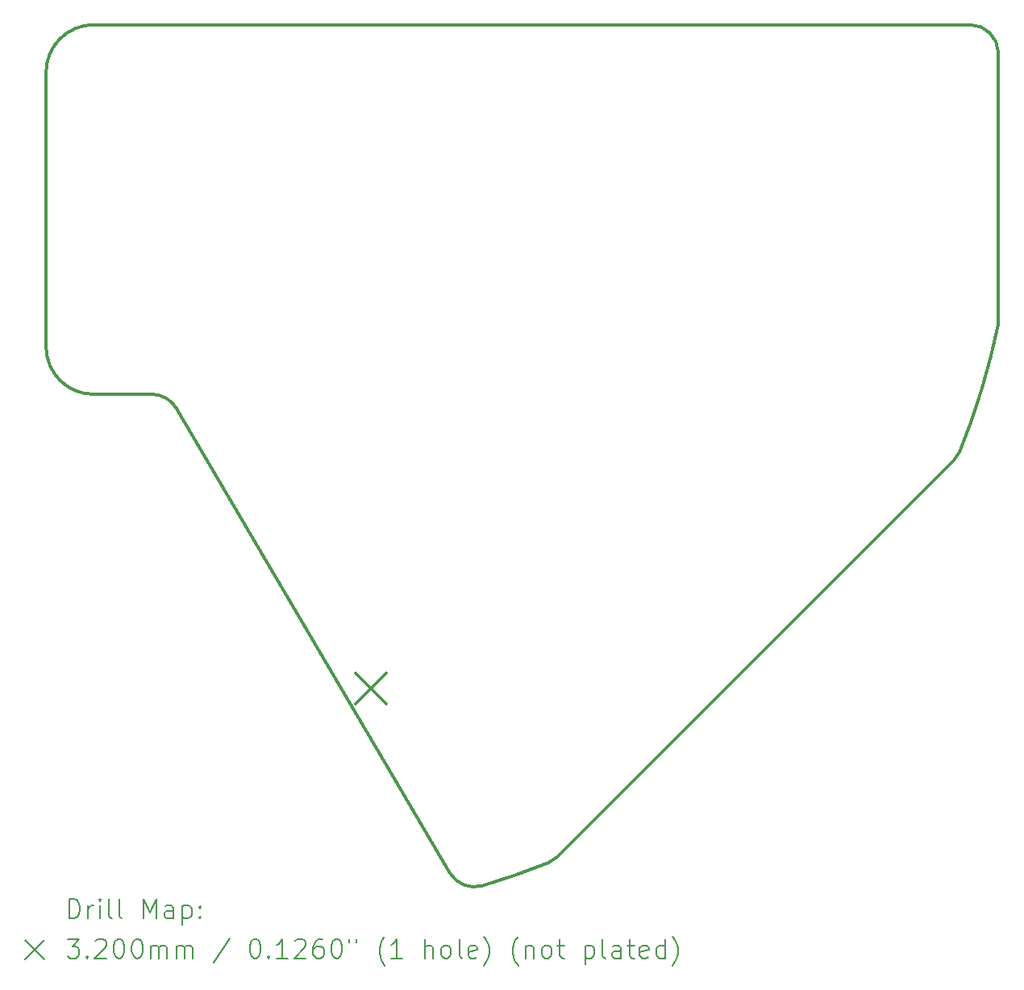
<source format=gbr>
%TF.GenerationSoftware,KiCad,Pcbnew,8.0.0*%
%TF.CreationDate,2024-03-25T03:27:13+00:00*%
%TF.ProjectId,main_PCB_v2,6d61696e-5f50-4434-925f-76322e6b6963,rev?*%
%TF.SameCoordinates,Original*%
%TF.FileFunction,Drillmap*%
%TF.FilePolarity,Positive*%
%FSLAX45Y45*%
G04 Gerber Fmt 4.5, Leading zero omitted, Abs format (unit mm)*
G04 Created by KiCad (PCBNEW 8.0.0) date 2024-03-25 03:27:13*
%MOMM*%
%LPD*%
G01*
G04 APERTURE LIST*
%ADD10C,0.350000*%
%ADD11C,0.200000*%
%ADD12C,0.320000*%
G04 APERTURE END LIST*
D10*
X11107151Y-5466711D02*
X11107151Y-8347495D01*
X11607151Y-4966715D02*
X20807150Y-4966715D01*
X12217490Y-8847495D02*
X11607150Y-8847495D01*
X12476055Y-8995364D02*
X12476059Y-8995362D01*
X12476059Y-8995362D02*
X15346517Y-13873746D01*
X15690031Y-14008463D02*
X15690031Y-14008463D01*
X16480484Y-13701565D02*
X20637344Y-9544705D01*
X21107151Y-8073581D02*
X21107151Y-5264921D01*
X11107151Y-5466711D02*
G75*
G02*
X11607151Y-4966715I500001J-5D01*
G01*
X11607150Y-8847495D02*
G75*
G02*
X11107151Y-8347495I4J500003D01*
G01*
X12217490Y-8847495D02*
G75*
G02*
X12476055Y-8995364I-1J-300001D01*
G01*
X15690031Y-14008463D02*
G75*
G02*
X15346516Y-13873746I-85391J287583D01*
G01*
X16380297Y-13767767D02*
G75*
G02*
X15690031Y-14008463I-2909036J7232394D01*
G01*
X16480484Y-13701565D02*
G75*
G02*
X16380297Y-13767766I-212154J212155D01*
G01*
X20703541Y-9444523D02*
G75*
G02*
X20637343Y-9544704I-278341J111963D01*
G01*
X20807150Y-4966715D02*
G75*
G02*
X21107150Y-5264921I-10J-300015D01*
G01*
X21100767Y-8135142D02*
G75*
G02*
X20703541Y-9444523I-7629507J1599611D01*
G01*
X21107151Y-8073581D02*
G75*
G02*
X21100767Y-8135142I-300041J1D01*
G01*
D11*
D12*
X14356000Y-11775500D02*
X14676000Y-12095500D01*
X14676000Y-11775500D02*
X14356000Y-12095500D01*
D11*
X11350427Y-14349857D02*
X11350427Y-14149857D01*
X11350427Y-14149857D02*
X11398046Y-14149857D01*
X11398046Y-14149857D02*
X11426618Y-14159380D01*
X11426618Y-14159380D02*
X11445665Y-14178428D01*
X11445665Y-14178428D02*
X11455189Y-14197476D01*
X11455189Y-14197476D02*
X11464713Y-14235571D01*
X11464713Y-14235571D02*
X11464713Y-14264142D01*
X11464713Y-14264142D02*
X11455189Y-14302238D01*
X11455189Y-14302238D02*
X11445665Y-14321285D01*
X11445665Y-14321285D02*
X11426618Y-14340333D01*
X11426618Y-14340333D02*
X11398046Y-14349857D01*
X11398046Y-14349857D02*
X11350427Y-14349857D01*
X11550427Y-14349857D02*
X11550427Y-14216523D01*
X11550427Y-14254619D02*
X11559951Y-14235571D01*
X11559951Y-14235571D02*
X11569475Y-14226047D01*
X11569475Y-14226047D02*
X11588523Y-14216523D01*
X11588523Y-14216523D02*
X11607570Y-14216523D01*
X11674237Y-14349857D02*
X11674237Y-14216523D01*
X11674237Y-14149857D02*
X11664713Y-14159380D01*
X11664713Y-14159380D02*
X11674237Y-14168904D01*
X11674237Y-14168904D02*
X11683761Y-14159380D01*
X11683761Y-14159380D02*
X11674237Y-14149857D01*
X11674237Y-14149857D02*
X11674237Y-14168904D01*
X11798046Y-14349857D02*
X11778999Y-14340333D01*
X11778999Y-14340333D02*
X11769475Y-14321285D01*
X11769475Y-14321285D02*
X11769475Y-14149857D01*
X11902808Y-14349857D02*
X11883761Y-14340333D01*
X11883761Y-14340333D02*
X11874237Y-14321285D01*
X11874237Y-14321285D02*
X11874237Y-14149857D01*
X12131380Y-14349857D02*
X12131380Y-14149857D01*
X12131380Y-14149857D02*
X12198046Y-14292714D01*
X12198046Y-14292714D02*
X12264713Y-14149857D01*
X12264713Y-14149857D02*
X12264713Y-14349857D01*
X12445665Y-14349857D02*
X12445665Y-14245095D01*
X12445665Y-14245095D02*
X12436142Y-14226047D01*
X12436142Y-14226047D02*
X12417094Y-14216523D01*
X12417094Y-14216523D02*
X12378999Y-14216523D01*
X12378999Y-14216523D02*
X12359951Y-14226047D01*
X12445665Y-14340333D02*
X12426618Y-14349857D01*
X12426618Y-14349857D02*
X12378999Y-14349857D01*
X12378999Y-14349857D02*
X12359951Y-14340333D01*
X12359951Y-14340333D02*
X12350427Y-14321285D01*
X12350427Y-14321285D02*
X12350427Y-14302238D01*
X12350427Y-14302238D02*
X12359951Y-14283190D01*
X12359951Y-14283190D02*
X12378999Y-14273666D01*
X12378999Y-14273666D02*
X12426618Y-14273666D01*
X12426618Y-14273666D02*
X12445665Y-14264142D01*
X12540904Y-14216523D02*
X12540904Y-14416523D01*
X12540904Y-14226047D02*
X12559951Y-14216523D01*
X12559951Y-14216523D02*
X12598046Y-14216523D01*
X12598046Y-14216523D02*
X12617094Y-14226047D01*
X12617094Y-14226047D02*
X12626618Y-14235571D01*
X12626618Y-14235571D02*
X12636142Y-14254619D01*
X12636142Y-14254619D02*
X12636142Y-14311761D01*
X12636142Y-14311761D02*
X12626618Y-14330809D01*
X12626618Y-14330809D02*
X12617094Y-14340333D01*
X12617094Y-14340333D02*
X12598046Y-14349857D01*
X12598046Y-14349857D02*
X12559951Y-14349857D01*
X12559951Y-14349857D02*
X12540904Y-14340333D01*
X12721856Y-14330809D02*
X12731380Y-14340333D01*
X12731380Y-14340333D02*
X12721856Y-14349857D01*
X12721856Y-14349857D02*
X12712332Y-14340333D01*
X12712332Y-14340333D02*
X12721856Y-14330809D01*
X12721856Y-14330809D02*
X12721856Y-14349857D01*
X12721856Y-14226047D02*
X12731380Y-14235571D01*
X12731380Y-14235571D02*
X12721856Y-14245095D01*
X12721856Y-14245095D02*
X12712332Y-14235571D01*
X12712332Y-14235571D02*
X12721856Y-14226047D01*
X12721856Y-14226047D02*
X12721856Y-14245095D01*
X10889651Y-14578373D02*
X11089651Y-14778373D01*
X11089651Y-14578373D02*
X10889651Y-14778373D01*
X11331380Y-14569857D02*
X11455189Y-14569857D01*
X11455189Y-14569857D02*
X11388523Y-14646047D01*
X11388523Y-14646047D02*
X11417094Y-14646047D01*
X11417094Y-14646047D02*
X11436142Y-14655571D01*
X11436142Y-14655571D02*
X11445665Y-14665095D01*
X11445665Y-14665095D02*
X11455189Y-14684142D01*
X11455189Y-14684142D02*
X11455189Y-14731761D01*
X11455189Y-14731761D02*
X11445665Y-14750809D01*
X11445665Y-14750809D02*
X11436142Y-14760333D01*
X11436142Y-14760333D02*
X11417094Y-14769857D01*
X11417094Y-14769857D02*
X11359951Y-14769857D01*
X11359951Y-14769857D02*
X11340904Y-14760333D01*
X11340904Y-14760333D02*
X11331380Y-14750809D01*
X11540904Y-14750809D02*
X11550427Y-14760333D01*
X11550427Y-14760333D02*
X11540904Y-14769857D01*
X11540904Y-14769857D02*
X11531380Y-14760333D01*
X11531380Y-14760333D02*
X11540904Y-14750809D01*
X11540904Y-14750809D02*
X11540904Y-14769857D01*
X11626618Y-14588904D02*
X11636142Y-14579380D01*
X11636142Y-14579380D02*
X11655189Y-14569857D01*
X11655189Y-14569857D02*
X11702808Y-14569857D01*
X11702808Y-14569857D02*
X11721856Y-14579380D01*
X11721856Y-14579380D02*
X11731380Y-14588904D01*
X11731380Y-14588904D02*
X11740904Y-14607952D01*
X11740904Y-14607952D02*
X11740904Y-14626999D01*
X11740904Y-14626999D02*
X11731380Y-14655571D01*
X11731380Y-14655571D02*
X11617094Y-14769857D01*
X11617094Y-14769857D02*
X11740904Y-14769857D01*
X11864713Y-14569857D02*
X11883761Y-14569857D01*
X11883761Y-14569857D02*
X11902808Y-14579380D01*
X11902808Y-14579380D02*
X11912332Y-14588904D01*
X11912332Y-14588904D02*
X11921856Y-14607952D01*
X11921856Y-14607952D02*
X11931380Y-14646047D01*
X11931380Y-14646047D02*
X11931380Y-14693666D01*
X11931380Y-14693666D02*
X11921856Y-14731761D01*
X11921856Y-14731761D02*
X11912332Y-14750809D01*
X11912332Y-14750809D02*
X11902808Y-14760333D01*
X11902808Y-14760333D02*
X11883761Y-14769857D01*
X11883761Y-14769857D02*
X11864713Y-14769857D01*
X11864713Y-14769857D02*
X11845665Y-14760333D01*
X11845665Y-14760333D02*
X11836142Y-14750809D01*
X11836142Y-14750809D02*
X11826618Y-14731761D01*
X11826618Y-14731761D02*
X11817094Y-14693666D01*
X11817094Y-14693666D02*
X11817094Y-14646047D01*
X11817094Y-14646047D02*
X11826618Y-14607952D01*
X11826618Y-14607952D02*
X11836142Y-14588904D01*
X11836142Y-14588904D02*
X11845665Y-14579380D01*
X11845665Y-14579380D02*
X11864713Y-14569857D01*
X12055189Y-14569857D02*
X12074237Y-14569857D01*
X12074237Y-14569857D02*
X12093285Y-14579380D01*
X12093285Y-14579380D02*
X12102808Y-14588904D01*
X12102808Y-14588904D02*
X12112332Y-14607952D01*
X12112332Y-14607952D02*
X12121856Y-14646047D01*
X12121856Y-14646047D02*
X12121856Y-14693666D01*
X12121856Y-14693666D02*
X12112332Y-14731761D01*
X12112332Y-14731761D02*
X12102808Y-14750809D01*
X12102808Y-14750809D02*
X12093285Y-14760333D01*
X12093285Y-14760333D02*
X12074237Y-14769857D01*
X12074237Y-14769857D02*
X12055189Y-14769857D01*
X12055189Y-14769857D02*
X12036142Y-14760333D01*
X12036142Y-14760333D02*
X12026618Y-14750809D01*
X12026618Y-14750809D02*
X12017094Y-14731761D01*
X12017094Y-14731761D02*
X12007570Y-14693666D01*
X12007570Y-14693666D02*
X12007570Y-14646047D01*
X12007570Y-14646047D02*
X12017094Y-14607952D01*
X12017094Y-14607952D02*
X12026618Y-14588904D01*
X12026618Y-14588904D02*
X12036142Y-14579380D01*
X12036142Y-14579380D02*
X12055189Y-14569857D01*
X12207570Y-14769857D02*
X12207570Y-14636523D01*
X12207570Y-14655571D02*
X12217094Y-14646047D01*
X12217094Y-14646047D02*
X12236142Y-14636523D01*
X12236142Y-14636523D02*
X12264713Y-14636523D01*
X12264713Y-14636523D02*
X12283761Y-14646047D01*
X12283761Y-14646047D02*
X12293285Y-14665095D01*
X12293285Y-14665095D02*
X12293285Y-14769857D01*
X12293285Y-14665095D02*
X12302808Y-14646047D01*
X12302808Y-14646047D02*
X12321856Y-14636523D01*
X12321856Y-14636523D02*
X12350427Y-14636523D01*
X12350427Y-14636523D02*
X12369475Y-14646047D01*
X12369475Y-14646047D02*
X12378999Y-14665095D01*
X12378999Y-14665095D02*
X12378999Y-14769857D01*
X12474237Y-14769857D02*
X12474237Y-14636523D01*
X12474237Y-14655571D02*
X12483761Y-14646047D01*
X12483761Y-14646047D02*
X12502808Y-14636523D01*
X12502808Y-14636523D02*
X12531380Y-14636523D01*
X12531380Y-14636523D02*
X12550427Y-14646047D01*
X12550427Y-14646047D02*
X12559951Y-14665095D01*
X12559951Y-14665095D02*
X12559951Y-14769857D01*
X12559951Y-14665095D02*
X12569475Y-14646047D01*
X12569475Y-14646047D02*
X12588523Y-14636523D01*
X12588523Y-14636523D02*
X12617094Y-14636523D01*
X12617094Y-14636523D02*
X12636142Y-14646047D01*
X12636142Y-14646047D02*
X12645666Y-14665095D01*
X12645666Y-14665095D02*
X12645666Y-14769857D01*
X13036142Y-14560333D02*
X12864713Y-14817476D01*
X13293285Y-14569857D02*
X13312332Y-14569857D01*
X13312332Y-14569857D02*
X13331380Y-14579380D01*
X13331380Y-14579380D02*
X13340904Y-14588904D01*
X13340904Y-14588904D02*
X13350428Y-14607952D01*
X13350428Y-14607952D02*
X13359951Y-14646047D01*
X13359951Y-14646047D02*
X13359951Y-14693666D01*
X13359951Y-14693666D02*
X13350428Y-14731761D01*
X13350428Y-14731761D02*
X13340904Y-14750809D01*
X13340904Y-14750809D02*
X13331380Y-14760333D01*
X13331380Y-14760333D02*
X13312332Y-14769857D01*
X13312332Y-14769857D02*
X13293285Y-14769857D01*
X13293285Y-14769857D02*
X13274237Y-14760333D01*
X13274237Y-14760333D02*
X13264713Y-14750809D01*
X13264713Y-14750809D02*
X13255189Y-14731761D01*
X13255189Y-14731761D02*
X13245666Y-14693666D01*
X13245666Y-14693666D02*
X13245666Y-14646047D01*
X13245666Y-14646047D02*
X13255189Y-14607952D01*
X13255189Y-14607952D02*
X13264713Y-14588904D01*
X13264713Y-14588904D02*
X13274237Y-14579380D01*
X13274237Y-14579380D02*
X13293285Y-14569857D01*
X13445666Y-14750809D02*
X13455189Y-14760333D01*
X13455189Y-14760333D02*
X13445666Y-14769857D01*
X13445666Y-14769857D02*
X13436142Y-14760333D01*
X13436142Y-14760333D02*
X13445666Y-14750809D01*
X13445666Y-14750809D02*
X13445666Y-14769857D01*
X13645666Y-14769857D02*
X13531380Y-14769857D01*
X13588523Y-14769857D02*
X13588523Y-14569857D01*
X13588523Y-14569857D02*
X13569475Y-14598428D01*
X13569475Y-14598428D02*
X13550428Y-14617476D01*
X13550428Y-14617476D02*
X13531380Y-14626999D01*
X13721856Y-14588904D02*
X13731380Y-14579380D01*
X13731380Y-14579380D02*
X13750428Y-14569857D01*
X13750428Y-14569857D02*
X13798047Y-14569857D01*
X13798047Y-14569857D02*
X13817094Y-14579380D01*
X13817094Y-14579380D02*
X13826618Y-14588904D01*
X13826618Y-14588904D02*
X13836142Y-14607952D01*
X13836142Y-14607952D02*
X13836142Y-14626999D01*
X13836142Y-14626999D02*
X13826618Y-14655571D01*
X13826618Y-14655571D02*
X13712332Y-14769857D01*
X13712332Y-14769857D02*
X13836142Y-14769857D01*
X14007570Y-14569857D02*
X13969475Y-14569857D01*
X13969475Y-14569857D02*
X13950428Y-14579380D01*
X13950428Y-14579380D02*
X13940904Y-14588904D01*
X13940904Y-14588904D02*
X13921856Y-14617476D01*
X13921856Y-14617476D02*
X13912332Y-14655571D01*
X13912332Y-14655571D02*
X13912332Y-14731761D01*
X13912332Y-14731761D02*
X13921856Y-14750809D01*
X13921856Y-14750809D02*
X13931380Y-14760333D01*
X13931380Y-14760333D02*
X13950428Y-14769857D01*
X13950428Y-14769857D02*
X13988523Y-14769857D01*
X13988523Y-14769857D02*
X14007570Y-14760333D01*
X14007570Y-14760333D02*
X14017094Y-14750809D01*
X14017094Y-14750809D02*
X14026618Y-14731761D01*
X14026618Y-14731761D02*
X14026618Y-14684142D01*
X14026618Y-14684142D02*
X14017094Y-14665095D01*
X14017094Y-14665095D02*
X14007570Y-14655571D01*
X14007570Y-14655571D02*
X13988523Y-14646047D01*
X13988523Y-14646047D02*
X13950428Y-14646047D01*
X13950428Y-14646047D02*
X13931380Y-14655571D01*
X13931380Y-14655571D02*
X13921856Y-14665095D01*
X13921856Y-14665095D02*
X13912332Y-14684142D01*
X14150428Y-14569857D02*
X14169475Y-14569857D01*
X14169475Y-14569857D02*
X14188523Y-14579380D01*
X14188523Y-14579380D02*
X14198047Y-14588904D01*
X14198047Y-14588904D02*
X14207570Y-14607952D01*
X14207570Y-14607952D02*
X14217094Y-14646047D01*
X14217094Y-14646047D02*
X14217094Y-14693666D01*
X14217094Y-14693666D02*
X14207570Y-14731761D01*
X14207570Y-14731761D02*
X14198047Y-14750809D01*
X14198047Y-14750809D02*
X14188523Y-14760333D01*
X14188523Y-14760333D02*
X14169475Y-14769857D01*
X14169475Y-14769857D02*
X14150428Y-14769857D01*
X14150428Y-14769857D02*
X14131380Y-14760333D01*
X14131380Y-14760333D02*
X14121856Y-14750809D01*
X14121856Y-14750809D02*
X14112332Y-14731761D01*
X14112332Y-14731761D02*
X14102809Y-14693666D01*
X14102809Y-14693666D02*
X14102809Y-14646047D01*
X14102809Y-14646047D02*
X14112332Y-14607952D01*
X14112332Y-14607952D02*
X14121856Y-14588904D01*
X14121856Y-14588904D02*
X14131380Y-14579380D01*
X14131380Y-14579380D02*
X14150428Y-14569857D01*
X14293285Y-14569857D02*
X14293285Y-14607952D01*
X14369475Y-14569857D02*
X14369475Y-14607952D01*
X14664713Y-14846047D02*
X14655190Y-14836523D01*
X14655190Y-14836523D02*
X14636142Y-14807952D01*
X14636142Y-14807952D02*
X14626618Y-14788904D01*
X14626618Y-14788904D02*
X14617094Y-14760333D01*
X14617094Y-14760333D02*
X14607571Y-14712714D01*
X14607571Y-14712714D02*
X14607571Y-14674619D01*
X14607571Y-14674619D02*
X14617094Y-14626999D01*
X14617094Y-14626999D02*
X14626618Y-14598428D01*
X14626618Y-14598428D02*
X14636142Y-14579380D01*
X14636142Y-14579380D02*
X14655190Y-14550809D01*
X14655190Y-14550809D02*
X14664713Y-14541285D01*
X14845666Y-14769857D02*
X14731380Y-14769857D01*
X14788523Y-14769857D02*
X14788523Y-14569857D01*
X14788523Y-14569857D02*
X14769475Y-14598428D01*
X14769475Y-14598428D02*
X14750428Y-14617476D01*
X14750428Y-14617476D02*
X14731380Y-14626999D01*
X15083761Y-14769857D02*
X15083761Y-14569857D01*
X15169475Y-14769857D02*
X15169475Y-14665095D01*
X15169475Y-14665095D02*
X15159952Y-14646047D01*
X15159952Y-14646047D02*
X15140904Y-14636523D01*
X15140904Y-14636523D02*
X15112332Y-14636523D01*
X15112332Y-14636523D02*
X15093285Y-14646047D01*
X15093285Y-14646047D02*
X15083761Y-14655571D01*
X15293285Y-14769857D02*
X15274237Y-14760333D01*
X15274237Y-14760333D02*
X15264713Y-14750809D01*
X15264713Y-14750809D02*
X15255190Y-14731761D01*
X15255190Y-14731761D02*
X15255190Y-14674619D01*
X15255190Y-14674619D02*
X15264713Y-14655571D01*
X15264713Y-14655571D02*
X15274237Y-14646047D01*
X15274237Y-14646047D02*
X15293285Y-14636523D01*
X15293285Y-14636523D02*
X15321856Y-14636523D01*
X15321856Y-14636523D02*
X15340904Y-14646047D01*
X15340904Y-14646047D02*
X15350428Y-14655571D01*
X15350428Y-14655571D02*
X15359952Y-14674619D01*
X15359952Y-14674619D02*
X15359952Y-14731761D01*
X15359952Y-14731761D02*
X15350428Y-14750809D01*
X15350428Y-14750809D02*
X15340904Y-14760333D01*
X15340904Y-14760333D02*
X15321856Y-14769857D01*
X15321856Y-14769857D02*
X15293285Y-14769857D01*
X15474237Y-14769857D02*
X15455190Y-14760333D01*
X15455190Y-14760333D02*
X15445666Y-14741285D01*
X15445666Y-14741285D02*
X15445666Y-14569857D01*
X15626618Y-14760333D02*
X15607571Y-14769857D01*
X15607571Y-14769857D02*
X15569475Y-14769857D01*
X15569475Y-14769857D02*
X15550428Y-14760333D01*
X15550428Y-14760333D02*
X15540904Y-14741285D01*
X15540904Y-14741285D02*
X15540904Y-14665095D01*
X15540904Y-14665095D02*
X15550428Y-14646047D01*
X15550428Y-14646047D02*
X15569475Y-14636523D01*
X15569475Y-14636523D02*
X15607571Y-14636523D01*
X15607571Y-14636523D02*
X15626618Y-14646047D01*
X15626618Y-14646047D02*
X15636142Y-14665095D01*
X15636142Y-14665095D02*
X15636142Y-14684142D01*
X15636142Y-14684142D02*
X15540904Y-14703190D01*
X15702809Y-14846047D02*
X15712333Y-14836523D01*
X15712333Y-14836523D02*
X15731380Y-14807952D01*
X15731380Y-14807952D02*
X15740904Y-14788904D01*
X15740904Y-14788904D02*
X15750428Y-14760333D01*
X15750428Y-14760333D02*
X15759952Y-14712714D01*
X15759952Y-14712714D02*
X15759952Y-14674619D01*
X15759952Y-14674619D02*
X15750428Y-14626999D01*
X15750428Y-14626999D02*
X15740904Y-14598428D01*
X15740904Y-14598428D02*
X15731380Y-14579380D01*
X15731380Y-14579380D02*
X15712333Y-14550809D01*
X15712333Y-14550809D02*
X15702809Y-14541285D01*
X16064714Y-14846047D02*
X16055190Y-14836523D01*
X16055190Y-14836523D02*
X16036142Y-14807952D01*
X16036142Y-14807952D02*
X16026618Y-14788904D01*
X16026618Y-14788904D02*
X16017094Y-14760333D01*
X16017094Y-14760333D02*
X16007571Y-14712714D01*
X16007571Y-14712714D02*
X16007571Y-14674619D01*
X16007571Y-14674619D02*
X16017094Y-14626999D01*
X16017094Y-14626999D02*
X16026618Y-14598428D01*
X16026618Y-14598428D02*
X16036142Y-14579380D01*
X16036142Y-14579380D02*
X16055190Y-14550809D01*
X16055190Y-14550809D02*
X16064714Y-14541285D01*
X16140904Y-14636523D02*
X16140904Y-14769857D01*
X16140904Y-14655571D02*
X16150428Y-14646047D01*
X16150428Y-14646047D02*
X16169475Y-14636523D01*
X16169475Y-14636523D02*
X16198047Y-14636523D01*
X16198047Y-14636523D02*
X16217094Y-14646047D01*
X16217094Y-14646047D02*
X16226618Y-14665095D01*
X16226618Y-14665095D02*
X16226618Y-14769857D01*
X16350428Y-14769857D02*
X16331380Y-14760333D01*
X16331380Y-14760333D02*
X16321856Y-14750809D01*
X16321856Y-14750809D02*
X16312333Y-14731761D01*
X16312333Y-14731761D02*
X16312333Y-14674619D01*
X16312333Y-14674619D02*
X16321856Y-14655571D01*
X16321856Y-14655571D02*
X16331380Y-14646047D01*
X16331380Y-14646047D02*
X16350428Y-14636523D01*
X16350428Y-14636523D02*
X16378999Y-14636523D01*
X16378999Y-14636523D02*
X16398047Y-14646047D01*
X16398047Y-14646047D02*
X16407571Y-14655571D01*
X16407571Y-14655571D02*
X16417094Y-14674619D01*
X16417094Y-14674619D02*
X16417094Y-14731761D01*
X16417094Y-14731761D02*
X16407571Y-14750809D01*
X16407571Y-14750809D02*
X16398047Y-14760333D01*
X16398047Y-14760333D02*
X16378999Y-14769857D01*
X16378999Y-14769857D02*
X16350428Y-14769857D01*
X16474237Y-14636523D02*
X16550428Y-14636523D01*
X16502809Y-14569857D02*
X16502809Y-14741285D01*
X16502809Y-14741285D02*
X16512333Y-14760333D01*
X16512333Y-14760333D02*
X16531380Y-14769857D01*
X16531380Y-14769857D02*
X16550428Y-14769857D01*
X16769475Y-14636523D02*
X16769475Y-14836523D01*
X16769475Y-14646047D02*
X16788523Y-14636523D01*
X16788523Y-14636523D02*
X16826618Y-14636523D01*
X16826618Y-14636523D02*
X16845666Y-14646047D01*
X16845666Y-14646047D02*
X16855190Y-14655571D01*
X16855190Y-14655571D02*
X16864714Y-14674619D01*
X16864714Y-14674619D02*
X16864714Y-14731761D01*
X16864714Y-14731761D02*
X16855190Y-14750809D01*
X16855190Y-14750809D02*
X16845666Y-14760333D01*
X16845666Y-14760333D02*
X16826618Y-14769857D01*
X16826618Y-14769857D02*
X16788523Y-14769857D01*
X16788523Y-14769857D02*
X16769475Y-14760333D01*
X16978999Y-14769857D02*
X16959952Y-14760333D01*
X16959952Y-14760333D02*
X16950428Y-14741285D01*
X16950428Y-14741285D02*
X16950428Y-14569857D01*
X17140904Y-14769857D02*
X17140904Y-14665095D01*
X17140904Y-14665095D02*
X17131380Y-14646047D01*
X17131380Y-14646047D02*
X17112333Y-14636523D01*
X17112333Y-14636523D02*
X17074237Y-14636523D01*
X17074237Y-14636523D02*
X17055190Y-14646047D01*
X17140904Y-14760333D02*
X17121857Y-14769857D01*
X17121857Y-14769857D02*
X17074237Y-14769857D01*
X17074237Y-14769857D02*
X17055190Y-14760333D01*
X17055190Y-14760333D02*
X17045666Y-14741285D01*
X17045666Y-14741285D02*
X17045666Y-14722238D01*
X17045666Y-14722238D02*
X17055190Y-14703190D01*
X17055190Y-14703190D02*
X17074237Y-14693666D01*
X17074237Y-14693666D02*
X17121857Y-14693666D01*
X17121857Y-14693666D02*
X17140904Y-14684142D01*
X17207571Y-14636523D02*
X17283761Y-14636523D01*
X17236142Y-14569857D02*
X17236142Y-14741285D01*
X17236142Y-14741285D02*
X17245666Y-14760333D01*
X17245666Y-14760333D02*
X17264714Y-14769857D01*
X17264714Y-14769857D02*
X17283761Y-14769857D01*
X17426618Y-14760333D02*
X17407571Y-14769857D01*
X17407571Y-14769857D02*
X17369476Y-14769857D01*
X17369476Y-14769857D02*
X17350428Y-14760333D01*
X17350428Y-14760333D02*
X17340904Y-14741285D01*
X17340904Y-14741285D02*
X17340904Y-14665095D01*
X17340904Y-14665095D02*
X17350428Y-14646047D01*
X17350428Y-14646047D02*
X17369476Y-14636523D01*
X17369476Y-14636523D02*
X17407571Y-14636523D01*
X17407571Y-14636523D02*
X17426618Y-14646047D01*
X17426618Y-14646047D02*
X17436142Y-14665095D01*
X17436142Y-14665095D02*
X17436142Y-14684142D01*
X17436142Y-14684142D02*
X17340904Y-14703190D01*
X17607571Y-14769857D02*
X17607571Y-14569857D01*
X17607571Y-14760333D02*
X17588523Y-14769857D01*
X17588523Y-14769857D02*
X17550428Y-14769857D01*
X17550428Y-14769857D02*
X17531380Y-14760333D01*
X17531380Y-14760333D02*
X17521857Y-14750809D01*
X17521857Y-14750809D02*
X17512333Y-14731761D01*
X17512333Y-14731761D02*
X17512333Y-14674619D01*
X17512333Y-14674619D02*
X17521857Y-14655571D01*
X17521857Y-14655571D02*
X17531380Y-14646047D01*
X17531380Y-14646047D02*
X17550428Y-14636523D01*
X17550428Y-14636523D02*
X17588523Y-14636523D01*
X17588523Y-14636523D02*
X17607571Y-14646047D01*
X17683761Y-14846047D02*
X17693285Y-14836523D01*
X17693285Y-14836523D02*
X17712333Y-14807952D01*
X17712333Y-14807952D02*
X17721857Y-14788904D01*
X17721857Y-14788904D02*
X17731380Y-14760333D01*
X17731380Y-14760333D02*
X17740904Y-14712714D01*
X17740904Y-14712714D02*
X17740904Y-14674619D01*
X17740904Y-14674619D02*
X17731380Y-14626999D01*
X17731380Y-14626999D02*
X17721857Y-14598428D01*
X17721857Y-14598428D02*
X17712333Y-14579380D01*
X17712333Y-14579380D02*
X17693285Y-14550809D01*
X17693285Y-14550809D02*
X17683761Y-14541285D01*
M02*

</source>
